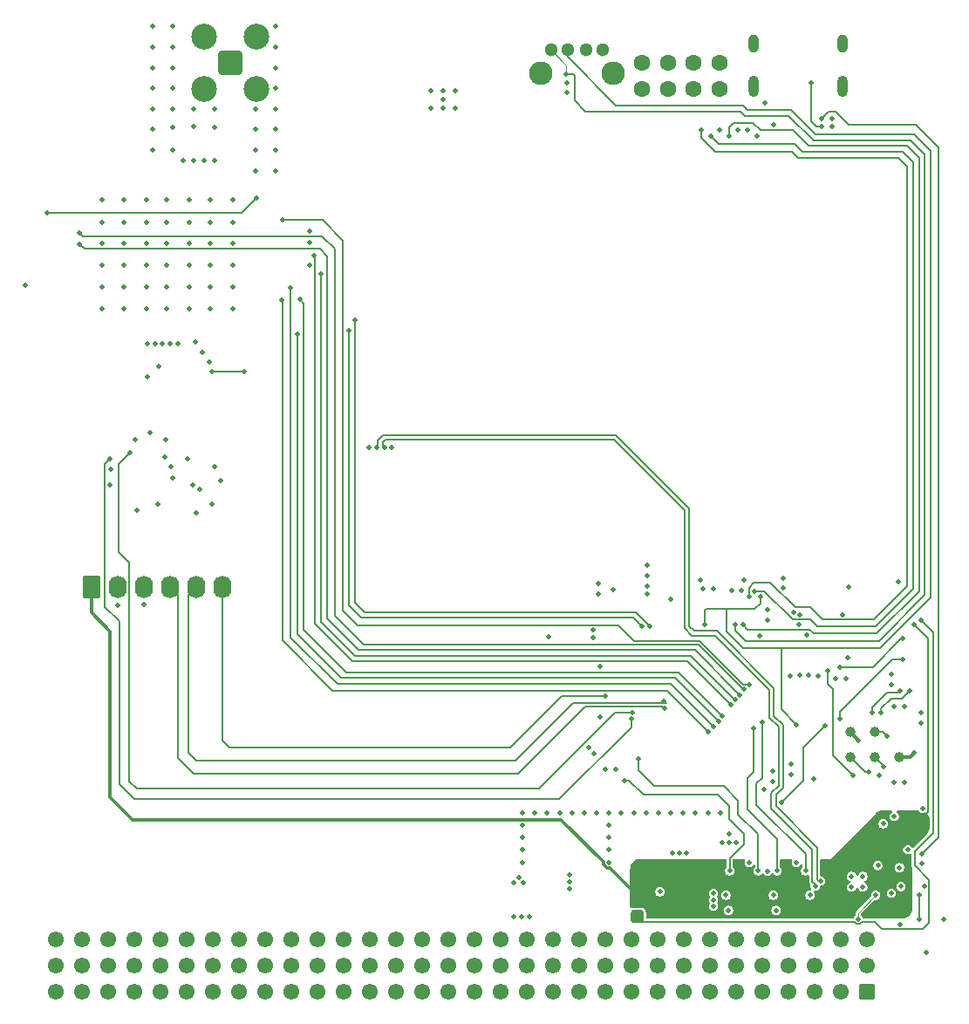
<source format=gbr>
%TF.GenerationSoftware,KiCad,Pcbnew,9.0.1-9.0.1-0~ubuntu24.04.1*%
%TF.CreationDate,2025-04-24T10:15:56+00:00*%
%TF.ProjectId,ModuCard-navigation-module,4d6f6475-4361-4726-942d-6e6176696761,2.0.0*%
%TF.SameCoordinates,Original*%
%TF.FileFunction,Copper,L4,Bot*%
%TF.FilePolarity,Positive*%
%FSLAX46Y46*%
G04 Gerber Fmt 4.6, Leading zero omitted, Abs format (unit mm)*
G04 Created by KiCad (PCBNEW 9.0.1-9.0.1-0~ubuntu24.04.1) date 2025-04-24 10:15:56*
%MOMM*%
%LPD*%
G01*
G04 APERTURE LIST*
G04 Aperture macros list*
%AMRoundRect*
0 Rectangle with rounded corners*
0 $1 Rounding radius*
0 $2 $3 $4 $5 $6 $7 $8 $9 X,Y pos of 4 corners*
0 Add a 4 corners polygon primitive as box body*
4,1,4,$2,$3,$4,$5,$6,$7,$8,$9,$2,$3,0*
0 Add four circle primitives for the rounded corners*
1,1,$1+$1,$2,$3*
1,1,$1+$1,$4,$5*
1,1,$1+$1,$6,$7*
1,1,$1+$1,$8,$9*
0 Add four rect primitives between the rounded corners*
20,1,$1+$1,$2,$3,$4,$5,0*
20,1,$1+$1,$4,$5,$6,$7,0*
20,1,$1+$1,$6,$7,$8,$9,0*
20,1,$1+$1,$8,$9,$2,$3,0*%
G04 Aperture macros list end*
%TA.AperFunction,ComponentPad*%
%ADD10C,1.600000*%
%TD*%
%TA.AperFunction,ComponentPad*%
%ADD11C,1.300000*%
%TD*%
%TA.AperFunction,ComponentPad*%
%ADD12C,2.286000*%
%TD*%
%TA.AperFunction,ComponentPad*%
%ADD13RoundRect,0.200100X-0.949900X-0.949900X0.949900X-0.949900X0.949900X0.949900X-0.949900X0.949900X0*%
%TD*%
%TA.AperFunction,ComponentPad*%
%ADD14C,2.500000*%
%TD*%
%TA.AperFunction,ComponentPad*%
%ADD15O,1.000000X2.100000*%
%TD*%
%TA.AperFunction,ComponentPad*%
%ADD16O,1.000000X1.800000*%
%TD*%
%TA.AperFunction,ComponentPad*%
%ADD17RoundRect,0.249999X0.525001X0.525001X-0.525001X0.525001X-0.525001X-0.525001X0.525001X-0.525001X0*%
%TD*%
%TA.AperFunction,ComponentPad*%
%ADD18C,1.550000*%
%TD*%
%TA.AperFunction,ComponentPad*%
%ADD19RoundRect,0.250000X-0.620000X-0.845000X0.620000X-0.845000X0.620000X0.845000X-0.620000X0.845000X0*%
%TD*%
%TA.AperFunction,ComponentPad*%
%ADD20O,1.740000X2.190000*%
%TD*%
%TA.AperFunction,SMDPad,CuDef*%
%ADD21C,1.000000*%
%TD*%
%TA.AperFunction,ViaPad*%
%ADD22C,0.500000*%
%TD*%
%TA.AperFunction,Conductor*%
%ADD23C,0.300000*%
%TD*%
%TA.AperFunction,Conductor*%
%ADD24C,0.150000*%
%TD*%
%TA.AperFunction,Conductor*%
%ADD25C,0.100000*%
%TD*%
%TA.AperFunction,Conductor*%
%ADD26C,0.200000*%
%TD*%
G04 APERTURE END LIST*
D10*
%TO.P,LED300,1*%
%TO.N,Net-(LED300-Pad1)*%
X106863600Y-55785000D03*
%TO.P,LED300,2*%
%TO.N,GND*%
X109403600Y-55785000D03*
%TO.P,LED300,3*%
%TO.N,Net-(LED300-Pad3)*%
X106863600Y-58325000D03*
%TO.P,LED300,4*%
%TO.N,GND*%
X109403600Y-58325000D03*
%TD*%
D11*
%TO.P,BTN400,1*%
%TO.N,GND*%
X103079415Y-54584163D03*
%TO.P,BTN400,2*%
X101449415Y-54584163D03*
%TO.P,BTN400,3*%
%TO.N,/MCU/SWD.~{RST}*%
X99709415Y-54584163D03*
%TO.P,BTN400,4*%
%TO.N,/MCU/USR_BUTTON*%
X98079415Y-54584163D03*
D12*
%TO.P,BTN400,5*%
%TO.N,N/C*%
X104079415Y-56834163D03*
%TO.P,BTN400,6*%
X97079415Y-56834163D03*
%TD*%
D13*
%TO.P,J1100,1,In*%
%TO.N,/GPS-RTK/RF_IN*%
X66890000Y-55825001D03*
D14*
%TO.P,J1100,2,Ext*%
%TO.N,GND*%
X64350000Y-53285001D03*
X64350000Y-58365001D03*
X69430000Y-53285001D03*
X69430000Y-58365001D03*
%TD*%
D15*
%TO.P,J800,S1,SHIELD*%
%TO.N,Net-(J800-SHIELD)*%
X126370000Y-58140000D03*
D16*
X126370000Y-53960000D03*
D15*
X117730000Y-58140000D03*
D16*
X117730000Y-53960000D03*
%TD*%
D17*
%TO.P,J200,a1,a1*%
%TO.N,GND*%
X128740000Y-145975000D03*
D18*
%TO.P,J200,a2,a2*%
%TO.N,/Backplane/BACKPLANE.D+*%
X126200000Y-145975000D03*
%TO.P,J200,a3,a3*%
%TO.N,+5V_STDBY*%
X123660000Y-145975000D03*
%TO.P,J200,a4,a4*%
%TO.N,GND*%
X121120000Y-145975000D03*
%TO.P,J200,a5,a5*%
%TO.N,/Backplane/CAN1.+*%
X118580000Y-145975000D03*
%TO.P,J200,a6,a6*%
%TO.N,/Backplane/CAN1.-*%
X116040000Y-145975000D03*
%TO.P,J200,a7,a7*%
%TO.N,GND*%
X113500000Y-145975000D03*
%TO.P,J200,a8,a8*%
%TO.N,/Backplane/CAN2.+*%
X110960000Y-145975000D03*
%TO.P,J200,a9,a9*%
%TO.N,/Backplane/CAN2.-*%
X108420000Y-145975000D03*
%TO.P,J200,a10,a10*%
%TO.N,GND*%
X105880000Y-145975000D03*
%TO.P,J200,a11,a11*%
%TO.N,+12V*%
X103340000Y-145975000D03*
%TO.P,J200,a12,a12*%
X100800000Y-145975000D03*
%TO.P,J200,a13,a13*%
%TO.N,GND*%
X98260000Y-145975000D03*
%TO.P,J200,a14,a14*%
%TO.N,+24V*%
X95720000Y-145975000D03*
%TO.P,J200,a15,a15*%
%TO.N,GND*%
X93180000Y-145975000D03*
%TO.P,J200,a16,a16*%
%TO.N,/Backplane/GPIOL0*%
X90640000Y-145975000D03*
%TO.P,J200,a17,a17*%
%TO.N,/Backplane/GPIOL1*%
X88100000Y-145975000D03*
%TO.P,J200,a18,a18*%
%TO.N,/Backplane/GPIOL2*%
X85560000Y-145975000D03*
%TO.P,J200,a19,a19*%
%TO.N,/Backplane/GPIOL3*%
X83020000Y-145975000D03*
%TO.P,J200,a20,a20*%
%TO.N,/Backplane/GPIOL4*%
X80480000Y-145975000D03*
%TO.P,J200,a21,a21*%
%TO.N,/Backplane/GPIOL5*%
X77940000Y-145975000D03*
%TO.P,J200,a22,a22*%
%TO.N,/Backplane/GPIOL6*%
X75400000Y-145975000D03*
%TO.P,J200,a23,a23*%
%TO.N,/Backplane/GPIOL7*%
X72860000Y-145975000D03*
%TO.P,J200,a24,a24*%
%TO.N,/Backplane/GPIOL8*%
X70320000Y-145975000D03*
%TO.P,J200,a25,a25*%
%TO.N,/Backplane/GPIOL9*%
X67780000Y-145975000D03*
%TO.P,J200,a26,a26*%
%TO.N,/Backplane/GPIOL10*%
X65240000Y-145975000D03*
%TO.P,J200,a27,a27*%
%TO.N,/Backplane/GPIOL11*%
X62700000Y-145975000D03*
%TO.P,J200,a28,a28*%
%TO.N,/Backplane/GPIOL12*%
X60160000Y-145975000D03*
%TO.P,J200,a29,a29*%
%TO.N,/Backplane/GPIOL13*%
X57620000Y-145975000D03*
%TO.P,J200,a30,a30*%
%TO.N,/Backplane/GPIOL14*%
X55080000Y-145975000D03*
%TO.P,J200,a31,a31*%
%TO.N,/Backplane/GPIOL15*%
X52540000Y-145975000D03*
%TO.P,J200,a32,a32*%
%TO.N,GND*%
X50000000Y-145975000D03*
%TO.P,J200,b1,b1*%
X128740000Y-143435000D03*
%TO.P,J200,b2,b2*%
X126200000Y-143435000D03*
%TO.P,J200,b3,b3*%
%TO.N,+5V_STDBY*%
X123660000Y-143435000D03*
%TO.P,J200,b4,b4*%
%TO.N,GND*%
X121120000Y-143435000D03*
%TO.P,J200,b5,b5*%
%TO.N,/Backplane/CAN1.+*%
X118580000Y-143435000D03*
%TO.P,J200,b6,b6*%
%TO.N,/Backplane/CAN1.-*%
X116040000Y-143435000D03*
%TO.P,J200,b7,b7*%
%TO.N,GND*%
X113500000Y-143435000D03*
%TO.P,J200,b8,b8*%
%TO.N,/Backplane/CAN2.+*%
X110960000Y-143435000D03*
%TO.P,J200,b9,b9*%
%TO.N,/Backplane/CAN2.-*%
X108420000Y-143435000D03*
%TO.P,J200,b10,b10*%
%TO.N,GND*%
X105880000Y-143435000D03*
%TO.P,J200,b11,b11*%
%TO.N,+12V*%
X103340000Y-143435000D03*
%TO.P,J200,b12,b12*%
X100800000Y-143435000D03*
%TO.P,J200,b13,b13*%
%TO.N,GND*%
X98260000Y-143435000D03*
%TO.P,J200,b14,b14*%
%TO.N,+24V*%
X95720000Y-143435000D03*
%TO.P,J200,b15,b15*%
%TO.N,GND*%
X93180000Y-143435000D03*
%TO.P,J200,b16,b16*%
%TO.N,/Backplane/GPIOC0*%
X90640000Y-143435000D03*
%TO.P,J200,b17,b17*%
%TO.N,/Backplane/GPIOC1*%
X88100000Y-143435000D03*
%TO.P,J200,b18,b18*%
%TO.N,/Backplane/GPIOC2*%
X85560000Y-143435000D03*
%TO.P,J200,b19,b19*%
%TO.N,/Backplane/GPIOC3*%
X83020000Y-143435000D03*
%TO.P,J200,b20,b20*%
%TO.N,/Backplane/GPIOC4*%
X80480000Y-143435000D03*
%TO.P,J200,b21,b21*%
%TO.N,/Backplane/GPIOC5*%
X77940000Y-143435000D03*
%TO.P,J200,b22,b22*%
%TO.N,/Backplane/GPIOC6*%
X75400000Y-143435000D03*
%TO.P,J200,b23,b23*%
%TO.N,/Backplane/GPIOC7*%
X72860000Y-143435000D03*
%TO.P,J200,b24,b24*%
%TO.N,/Backplane/GPIOC8*%
X70320000Y-143435000D03*
%TO.P,J200,b25,b25*%
%TO.N,/Backplane/GPIOC9*%
X67780000Y-143435000D03*
%TO.P,J200,b26,b26*%
%TO.N,/Backplane/GPIOC10*%
X65240000Y-143435000D03*
%TO.P,J200,b27,b27*%
%TO.N,/Backplane/GPIOC11*%
X62700000Y-143435000D03*
%TO.P,J200,b28,b28*%
%TO.N,/Backplane/GPIOC12*%
X60160000Y-143435000D03*
%TO.P,J200,b29,b29*%
%TO.N,/Backplane/GPIOC13*%
X57620000Y-143435000D03*
%TO.P,J200,b30,b30*%
%TO.N,/Backplane/GPIOC14*%
X55080000Y-143435000D03*
%TO.P,J200,b31,b31*%
%TO.N,/Backplane/GPIOC15*%
X52540000Y-143435000D03*
%TO.P,J200,b32,b32*%
%TO.N,GND*%
X50000000Y-143435000D03*
%TO.P,J200,c1,c1*%
X128740000Y-140895000D03*
%TO.P,J200,c2,c2*%
%TO.N,/Backplane/BACKPLANE.D-*%
X126200000Y-140895000D03*
%TO.P,J200,c3,c3*%
%TO.N,+5V_STDBY*%
X123660000Y-140895000D03*
%TO.P,J200,c4,c4*%
%TO.N,GND*%
X121120000Y-140895000D03*
%TO.P,J200,c5,c5*%
%TO.N,/Backplane/CAN1.+*%
X118580000Y-140895000D03*
%TO.P,J200,c6,c6*%
%TO.N,/Backplane/CAN1.-*%
X116040000Y-140895000D03*
%TO.P,J200,c7,c7*%
%TO.N,GND*%
X113500000Y-140895000D03*
%TO.P,J200,c8,c8*%
%TO.N,/Backplane/CAN2.+*%
X110960000Y-140895000D03*
%TO.P,J200,c9,c9*%
%TO.N,/Backplane/CAN2.-*%
X108420000Y-140895000D03*
%TO.P,J200,c10,c10*%
%TO.N,GND*%
X105880000Y-140895000D03*
%TO.P,J200,c11,c11*%
%TO.N,+12V*%
X103340000Y-140895000D03*
%TO.P,J200,c12,c12*%
X100800000Y-140895000D03*
%TO.P,J200,c13,c13*%
%TO.N,GND*%
X98260000Y-140895000D03*
%TO.P,J200,c14,c14*%
%TO.N,+24V*%
X95720000Y-140895000D03*
%TO.P,J200,c15,c15*%
%TO.N,GND*%
X93180000Y-140895000D03*
%TO.P,J200,c16,c16*%
%TO.N,/Backplane/GPIOR0*%
X90640000Y-140895000D03*
%TO.P,J200,c17,c17*%
%TO.N,/Backplane/GPIOR1*%
X88100000Y-140895000D03*
%TO.P,J200,c18,c18*%
%TO.N,/Backplane/GPIOR2*%
X85560000Y-140895000D03*
%TO.P,J200,c19,c19*%
%TO.N,/Backplane/GPIOR3*%
X83020000Y-140895000D03*
%TO.P,J200,c20,c20*%
%TO.N,/Backplane/GPIOR4*%
X80480000Y-140895000D03*
%TO.P,J200,c21,c21*%
%TO.N,/Backplane/GPIOR5*%
X77940000Y-140895000D03*
%TO.P,J200,c22,c22*%
%TO.N,/Backplane/GPIOR6*%
X75400000Y-140895000D03*
%TO.P,J200,c23,c23*%
%TO.N,/Backplane/GPIOR7*%
X72860000Y-140895000D03*
%TO.P,J200,c24,c24*%
%TO.N,/Backplane/GPIOR8*%
X70320000Y-140895000D03*
%TO.P,J200,c25,c25*%
%TO.N,/Backplane/GPIOR9*%
X67780000Y-140895000D03*
%TO.P,J200,c26,c26*%
%TO.N,/Backplane/GPIOR10*%
X65240000Y-140895000D03*
%TO.P,J200,c27,c27*%
%TO.N,/Backplane/GPIOR11*%
X62700000Y-140895000D03*
%TO.P,J200,c28,c28*%
%TO.N,/Backplane/GPIOR12*%
X60160000Y-140895000D03*
%TO.P,J200,c29,c29*%
%TO.N,/Backplane/GPIOR13*%
X57620000Y-140895000D03*
%TO.P,J200,c30,c30*%
%TO.N,/Backplane/GPIOR14*%
X55080000Y-140895000D03*
%TO.P,J200,c31,c31*%
%TO.N,/Backplane/GPIOR15*%
X52540000Y-140895000D03*
%TO.P,J200,c32,c32*%
%TO.N,GND*%
X50000000Y-140895000D03*
%TD*%
D19*
%TO.P,J400,1,Pin_1*%
%TO.N,+5V*%
X53470000Y-106685001D03*
D20*
%TO.P,J400,2,Pin_2*%
%TO.N,+3V3*%
X56010000Y-106685001D03*
%TO.P,J400,3,Pin_3*%
%TO.N,GND*%
X58550000Y-106685001D03*
%TO.P,J400,4,Pin_4*%
%TO.N,/Barometer/BAROMETR_I2C.SCL*%
X61090000Y-106685001D03*
%TO.P,J400,5,Pin_5*%
%TO.N,/Barometer/BAROMETR_I2C.SDA*%
X63630000Y-106685001D03*
%TO.P,J400,6,Pin_6*%
%TO.N,/IMU/IMU_EXT_NRESET*%
X66170000Y-106685001D03*
%TD*%
D10*
%TO.P,LED301,1*%
%TO.N,Net-(LED301-Pad1)*%
X111913600Y-55785000D03*
%TO.P,LED301,2*%
%TO.N,GND*%
X114453600Y-55785000D03*
%TO.P,LED301,3*%
%TO.N,Net-(LED301-Pad3)*%
X111913600Y-58325000D03*
%TO.P,LED301,4*%
%TO.N,GND*%
X114453600Y-58325000D03*
%TD*%
D21*
%TO.P,TP704,1,1*%
%TO.N,/ST-LINK/DIO*%
X127100000Y-123175000D03*
%TD*%
%TO.P,TP706,1,1*%
%TO.N,GND*%
X131900000Y-123175000D03*
%TD*%
%TO.P,TP703,1,1*%
%TO.N,/ST-LINK/STLINK-BOOT0*%
X129500000Y-120775000D03*
%TD*%
%TO.P,TP702,1,1*%
%TO.N,+3V3*%
X127100000Y-120775000D03*
%TD*%
%TO.P,TP705,1,1*%
%TO.N,/ST-LINK/CLK*%
X129500000Y-123175000D03*
%TD*%
D22*
%TO.N,+3V3*%
X115300000Y-138075000D03*
X61870000Y-83085001D03*
X99598400Y-58685001D03*
X61070000Y-83085001D03*
X131350000Y-125625000D03*
X65970000Y-96385001D03*
X74670000Y-75475001D03*
X121325000Y-115325000D03*
X59870000Y-98685001D03*
X55970000Y-108485001D03*
X121662040Y-109139790D03*
X59670000Y-83085001D03*
X104325000Y-124400000D03*
X120590000Y-106765000D03*
X115350000Y-131500000D03*
X132050000Y-135775000D03*
X131800000Y-106175000D03*
X131400000Y-128975000D03*
X60570000Y-94085001D03*
X133950000Y-118922500D03*
X114650000Y-131500000D03*
X115350000Y-130625000D03*
X107442000Y-107343001D03*
X59170000Y-91685001D03*
X60370000Y-83085001D03*
X121350000Y-124927500D03*
X62770000Y-94285001D03*
X127900000Y-121575000D03*
X125700000Y-115575000D03*
X131350000Y-118275000D03*
X124000000Y-115300000D03*
X55370000Y-95285001D03*
X122225000Y-109375000D03*
X115575000Y-107050000D03*
X101700000Y-122285001D03*
X107442000Y-104549001D03*
X119900000Y-138075000D03*
X74670000Y-72175001D03*
X116025000Y-131500000D03*
X112825000Y-106875000D03*
X119625000Y-124600000D03*
X58870000Y-83085001D03*
X114450000Y-62375000D03*
X122174000Y-110375000D03*
X102133531Y-111641425D03*
X102624000Y-106327001D03*
X63670000Y-99485001D03*
%TO.N,GND*%
X61370000Y-58285001D03*
X86370000Y-60185001D03*
X99598400Y-57785001D03*
X95300000Y-131025000D03*
X103700000Y-128625000D03*
X67170000Y-75475001D03*
X71370000Y-62285001D03*
X61170000Y-94985001D03*
X129900000Y-124961216D03*
X128350000Y-134775000D03*
X59370000Y-58285001D03*
X104900000Y-128625000D03*
X59370000Y-56285001D03*
X65370000Y-62085001D03*
X109870720Y-132521542D03*
X134470000Y-142162501D03*
X127250000Y-134775000D03*
X57670000Y-92385001D03*
X64870000Y-84885001D03*
X116250000Y-62375000D03*
X95300000Y-133425000D03*
X132350000Y-125625000D03*
X58770000Y-69125001D03*
X54470000Y-71275001D03*
X113850000Y-136425000D03*
X60770000Y-73375001D03*
X67170000Y-77575001D03*
X107442000Y-106581001D03*
X118364000Y-111407001D03*
X60770000Y-77575001D03*
X71370000Y-64285001D03*
X102624000Y-107343001D03*
X109700000Y-128625000D03*
X96500000Y-128625000D03*
X130325000Y-129675000D03*
X106100000Y-128625000D03*
X64970000Y-69125001D03*
X71370000Y-52285001D03*
X110520720Y-132521542D03*
X58770000Y-71275001D03*
X86370000Y-58485001D03*
X58770000Y-79675001D03*
X108650000Y-136275000D03*
X64970000Y-73375001D03*
X60770000Y-69125001D03*
X82570000Y-93185001D03*
X58870000Y-86285001D03*
X71370000Y-58285001D03*
X102850000Y-119275000D03*
X113300000Y-128625000D03*
X59370000Y-62285001D03*
X67170000Y-69125001D03*
X87570000Y-60185001D03*
X64970000Y-75475001D03*
X103700000Y-132225000D03*
X119126000Y-109883001D03*
X56570000Y-77575001D03*
X97700000Y-128625000D03*
X71370000Y-54285001D03*
X115050000Y-136625000D03*
X62970000Y-69125001D03*
X121350000Y-123927500D03*
X61370000Y-54285001D03*
X71370000Y-56285001D03*
X116825000Y-106025000D03*
X119625000Y-125600000D03*
X56570000Y-71275001D03*
X60670000Y-92385001D03*
X60770000Y-71275001D03*
X59370000Y-52285001D03*
X59370000Y-60285001D03*
X126375000Y-109375000D03*
X126900000Y-113525000D03*
X131150000Y-116225000D03*
X112525000Y-106025000D03*
X55270000Y-96785001D03*
X63370000Y-60285001D03*
X97870000Y-111485001D03*
X65170000Y-98685001D03*
X65370000Y-94985001D03*
X65370000Y-60285001D03*
X113850000Y-137675000D03*
X100100000Y-128625000D03*
X94450000Y-138675000D03*
X116575000Y-107050000D03*
X80370000Y-93185001D03*
X128350000Y-135825000D03*
X62970000Y-75475001D03*
X98900000Y-128625000D03*
X118750000Y-126325000D03*
X87570000Y-59335001D03*
X58770000Y-73375001D03*
X134150000Y-128175000D03*
X131900000Y-133925000D03*
X126950000Y-106725000D03*
X119100000Y-134275000D03*
X111170720Y-132521542D03*
X69370000Y-62285001D03*
X54470000Y-77575001D03*
X107442000Y-105565001D03*
X64370000Y-65285001D03*
X103700000Y-133425000D03*
X69370000Y-66285001D03*
X122200000Y-115275000D03*
X103700000Y-131025000D03*
X64240000Y-83885001D03*
X117150000Y-62375000D03*
X131150000Y-115125000D03*
X119670000Y-61785001D03*
X59970000Y-85285001D03*
X54470000Y-69125001D03*
X59370000Y-54285001D03*
X56570000Y-79675001D03*
X133300000Y-122825000D03*
X118050000Y-62925000D03*
X108500000Y-128625000D03*
X133950000Y-119922500D03*
X71370000Y-60285001D03*
X60770000Y-75475001D03*
X134100000Y-133525000D03*
X63970000Y-97185001D03*
X63270000Y-96785001D03*
X134300000Y-135775000D03*
X63370000Y-61985001D03*
X109728000Y-107851001D03*
X112100000Y-128625000D03*
X54470000Y-73375001D03*
X56570000Y-73375001D03*
X74670000Y-73275001D03*
X113825000Y-106875000D03*
X119126000Y-108867001D03*
X121900000Y-133425000D03*
X67170000Y-71275001D03*
X56570000Y-75475001D03*
X64970000Y-79675001D03*
X114500000Y-128625000D03*
X61370000Y-62085001D03*
X71370000Y-66285001D03*
X64970000Y-71275001D03*
X69370000Y-60285001D03*
X118850000Y-59675000D03*
X62970000Y-71275001D03*
X62970000Y-73375001D03*
X58770000Y-77575001D03*
X54470000Y-75475001D03*
X60770000Y-79675001D03*
X102868898Y-114435000D03*
X88770000Y-58485001D03*
X103325000Y-124400000D03*
X102170000Y-110885001D03*
X62970000Y-79675001D03*
X104124407Y-106922375D03*
X117300000Y-133425000D03*
X120590000Y-105865000D03*
X129800000Y-133725000D03*
X61370000Y-56285001D03*
X69370000Y-64285001D03*
X61370000Y-52285001D03*
X95953492Y-138663288D03*
X127250000Y-135825000D03*
X131100000Y-136425000D03*
X56570000Y-69125001D03*
X110900000Y-128625000D03*
X61370000Y-96085001D03*
X62370000Y-65285001D03*
X101300000Y-128625000D03*
X87570000Y-58485001D03*
X99850000Y-134671508D03*
X88770000Y-60185001D03*
X63570000Y-82885001D03*
X57870000Y-99285001D03*
X102500000Y-128625000D03*
X63370000Y-65285001D03*
X95300000Y-132225000D03*
X107300000Y-128625000D03*
X95200000Y-138675000D03*
X99850000Y-135971508D03*
X95300000Y-129825000D03*
X136150000Y-138925000D03*
X102225000Y-122850000D03*
X58770000Y-75475001D03*
X126700000Y-115575000D03*
X62970000Y-77575001D03*
X123200000Y-136625000D03*
X61370000Y-60285001D03*
X131950000Y-139425000D03*
X54470000Y-79675001D03*
X113850000Y-137075000D03*
X47070000Y-77385001D03*
X125350000Y-62025000D03*
X125350000Y-61225000D03*
X123550000Y-125325000D03*
X132700000Y-132175000D03*
X122936000Y-111325000D03*
X99850000Y-135321508D03*
X123100000Y-115275000D03*
X59370000Y-64285001D03*
X103700000Y-129825000D03*
X95300000Y-128625000D03*
X58570000Y-108385001D03*
X64970000Y-77575001D03*
X67170000Y-73375001D03*
X67170000Y-79675001D03*
X132350000Y-118275000D03*
X65370000Y-65285001D03*
X119650000Y-136625000D03*
%TO.N,+5V*%
X106125000Y-137025000D03*
X134150000Y-129075000D03*
X116300000Y-133425000D03*
X106775000Y-136325000D03*
X133300000Y-110375000D03*
X131100000Y-135525001D03*
X106775000Y-137025000D03*
X126200000Y-137025000D03*
X106125000Y-136325000D03*
X120900000Y-133425000D03*
%TO.N,/ST-LINK/LED*%
X124950000Y-114800000D03*
X127400000Y-124950000D03*
%TO.N,/ST-LINK/STLINK-BOOT0*%
X130675000Y-121175000D03*
%TO.N,/ST-LINK/DIO*%
X128875000Y-124675000D03*
%TO.N,/ST-LINK/CLK*%
X130350000Y-124175000D03*
%TO.N,+12V_FUSED*%
X94451270Y-135361059D03*
X133950000Y-109925000D03*
X106125000Y-139025000D03*
X106125000Y-138325000D03*
X106775000Y-138325000D03*
X95375000Y-135375000D03*
X106775000Y-139025000D03*
X94950000Y-134875000D03*
%TO.N,/ST-LINK/STLINK_RX*%
X126100000Y-119500000D03*
X132200000Y-113725000D03*
%TO.N,/USB/VBUS_IN*%
X124350000Y-61225000D03*
X134050000Y-132625000D03*
%TO.N,/ST-LINK/STLINK_TX*%
X132200000Y-111725000D03*
X126075000Y-114450000D03*
%TO.N,/MCU/USR_BUTTON*%
X115975000Y-110350000D03*
X99538600Y-56899202D03*
%TO.N,/MCU/SWD.~{RST}*%
X112970000Y-110375000D03*
X121900000Y-120045000D03*
X118377238Y-107645000D03*
%TO.N,Net-(U302-PGANG)*%
X129600000Y-136625000D03*
X127900000Y-138925000D03*
%TO.N,/GPS-RTK/V_BCKP*%
X68270000Y-85785001D03*
X65170000Y-85785001D03*
%TO.N,Net-(U700-PA5)*%
X124700000Y-120175000D03*
X120425000Y-127650000D03*
%TO.N,Net-(U700-PC13)*%
X130100000Y-118925000D03*
X132900000Y-116775000D03*
%TO.N,Net-(U700-PC14)*%
X129225000Y-118925000D03*
X131950000Y-116775000D03*
%TO.N,/CAN transceiver 1/CAN.TX*%
X122775000Y-134250000D03*
X118550000Y-119850000D03*
%TO.N,/CAN transceiver 1/CAN.RX*%
X117700000Y-120375000D03*
X120025000Y-134250000D03*
%TO.N,/CAN transceiver 2/CAN.TX*%
X118175000Y-134250000D03*
X106575000Y-123400000D03*
%TO.N,/CAN transceiver 2/CAN.RX*%
X105189838Y-125458838D03*
X115425000Y-134250000D03*
%TO.N,/USB/CC1*%
X123300000Y-57725000D03*
X124350000Y-62025000D03*
%TO.N,Net-(U801-~{OE})*%
X133850000Y-136575000D03*
X133850000Y-138925000D03*
%TO.N,/MCU/USER_LED_1*%
X113550000Y-62925000D03*
X117850000Y-107125000D03*
%TO.N,/MCU/USER_LED_2*%
X117300000Y-107625000D03*
X112650000Y-62375000D03*
%TO.N,/MCU/STATUS_LED*%
X115350000Y-62925000D03*
X116675000Y-110350000D03*
%TO.N,/GPS-RTK/GPS_GEOFENCE_STAT*%
X52270000Y-72285001D03*
X116810379Y-116644622D03*
%TO.N,/GPS-RTK/GPS_RTK_STAT*%
X52270000Y-73385001D03*
X116412874Y-117158910D03*
%TO.N,/GPS-RTK/TIMEPULSE*%
X69470000Y-68975001D03*
X49170000Y-70375001D03*
%TO.N,/IMU/IMU_EXT_NRESET*%
X103363232Y-117285001D03*
%TO.N,/Barometer/BAROMETR_I2C.SDA*%
X109048275Y-117756168D03*
%TO.N,/Barometer/BAROMETR_I2C.SCL*%
X109070000Y-118485001D03*
%TO.N,/GPS-RTK/GPS_SPI.MOSI*%
X73670000Y-78785001D03*
X114720000Y-119235001D03*
%TO.N,/GPS-RTK/GPS_UART.RX*%
X79070000Y-80785001D03*
X107670000Y-110485001D03*
%TO.N,/GPS-RTK/GPS_UART.TX*%
X78470000Y-81785001D03*
X106870000Y-110485001D03*
%TO.N,/GPS-RTK/GPS_SPI.MISO*%
X73470000Y-82185001D03*
X114313947Y-119742568D03*
%TO.N,/GPS-RTK/VCC_RF*%
X61370000Y-64285001D03*
%TO.N,/GPS-RTK/GPS_NRESET*%
X75070000Y-74485001D03*
X115542273Y-118120204D03*
%TO.N,/GPS-RTK/GPS_MODE_SELECT*%
X75770000Y-76285001D03*
X115944463Y-117609570D03*
%TO.N,/IMU/IMU_INT*%
X105863140Y-119526159D03*
X55270000Y-94285001D03*
%TO.N,/IMU/IMU_FSYNC*%
X57170000Y-93685001D03*
X105970000Y-118885001D03*
%TO.N,/GPS-RTK/GPS_SPI.CLK*%
X113870000Y-120285001D03*
X72770000Y-77685001D03*
%TO.N,/GPS-RTK/GPS_SPI.CS*%
X113370000Y-120785001D03*
X71960000Y-78884139D03*
%TO.N,/GPS-RTK/GPS_EXINTERUPT*%
X71970000Y-71085001D03*
X117270000Y-116185001D03*
%TO.N,/USB-hub/USB_GPS_.D-*%
X124235165Y-135219836D03*
X81127880Y-93196055D03*
%TO.N,/USB-hub/USB_GPS_.D+*%
X123704835Y-135750166D03*
X81877880Y-93196055D03*
%TD*%
D23*
%TO.N,+3V3*%
X127900000Y-121575000D02*
X127100000Y-120775000D01*
%TO.N,GND*%
X133300000Y-122825000D02*
X132950000Y-123175000D01*
X132950000Y-123175000D02*
X131900000Y-123175000D01*
%TO.N,+5V*%
X95060767Y-129285001D02*
X95071768Y-129274000D01*
X103471768Y-133976000D02*
X103726000Y-133976000D01*
X99035001Y-129285001D02*
X103149000Y-133399000D01*
X103726000Y-133976000D02*
X106775000Y-137025000D01*
X55270000Y-127085001D02*
X57470000Y-129285001D01*
D24*
X133300000Y-110375000D02*
X134650000Y-111725000D01*
D23*
X95539233Y-129285001D02*
X99035001Y-129285001D01*
X95071768Y-129274000D02*
X95528232Y-129274000D01*
X95528232Y-129274000D02*
X95539233Y-129285001D01*
X55270000Y-110985001D02*
X55270000Y-127085001D01*
X57470000Y-129285001D02*
X95060767Y-129285001D01*
D24*
X134650000Y-111725000D02*
X134650000Y-128575000D01*
X134650000Y-128575000D02*
X134150000Y-129075000D01*
D23*
X103149000Y-133653232D02*
X103471768Y-133976000D01*
X53470000Y-109185001D02*
X55270000Y-110985001D01*
X53470000Y-106685001D02*
X53470000Y-109185001D01*
X103149000Y-133399000D02*
X103149000Y-133653232D01*
D24*
%TO.N,/ST-LINK/LED*%
X124950000Y-116125000D02*
X125450000Y-116625000D01*
X125450000Y-123000000D02*
X127400000Y-124950000D01*
X124950000Y-114800000D02*
X124950000Y-116125000D01*
X125450000Y-116625000D02*
X125450000Y-123000000D01*
%TO.N,/ST-LINK/STLINK-BOOT0*%
X130275000Y-120775000D02*
X129500000Y-120775000D01*
X130675000Y-121175000D02*
X130275000Y-120775000D01*
%TO.N,/ST-LINK/DIO*%
X128875000Y-124675000D02*
X128600000Y-124675000D01*
X128600000Y-124675000D02*
X127100000Y-123175000D01*
%TO.N,/ST-LINK/CLK*%
X130350000Y-124175000D02*
X130350000Y-124025000D01*
X130350000Y-124025000D02*
X129500000Y-123175000D01*
%TO.N,+12V_FUSED*%
X127536541Y-139233293D02*
X106983293Y-139233293D01*
X133370000Y-132355000D02*
X133370000Y-133745000D01*
X134775000Y-135150000D02*
X134775000Y-135971752D01*
X133370000Y-133745000D02*
X134775000Y-135150000D01*
X134770000Y-135976752D02*
X134770000Y-139285001D01*
X135150000Y-130575000D02*
X133370000Y-132355000D01*
X105900000Y-139025000D02*
X106125000Y-139025000D01*
X134770000Y-139285001D02*
X134155001Y-139900000D01*
X128263459Y-139233293D02*
X128096752Y-139400000D01*
X128096752Y-139400000D02*
X127703248Y-139400000D01*
X133950000Y-109925000D02*
X135150000Y-111125000D01*
X134775000Y-135971752D02*
X134770000Y-135976752D01*
X135150000Y-111125000D02*
X135150000Y-130575000D01*
X127703248Y-139400000D02*
X127536541Y-139233293D01*
X130184999Y-139900000D02*
X129518292Y-139233293D01*
X134155001Y-139900000D02*
X130184999Y-139900000D01*
X129518292Y-139233293D02*
X128263459Y-139233293D01*
X106983293Y-139233293D02*
X106775000Y-139025000D01*
%TO.N,/ST-LINK/STLINK_RX*%
X131225000Y-113725000D02*
X126100000Y-118850000D01*
X126100000Y-118850000D02*
X126100000Y-119500000D01*
X132200000Y-113725000D02*
X131225000Y-113725000D01*
%TO.N,/USB/VBUS_IN*%
X125037500Y-60537500D02*
X124350000Y-61225000D01*
X133475000Y-61850000D02*
X127000000Y-61850000D01*
X135650000Y-131025000D02*
X135650000Y-64025000D01*
X134050000Y-132625000D02*
X135650000Y-131025000D01*
X135650000Y-64025000D02*
X133475000Y-61850000D01*
X125687500Y-60537500D02*
X125037500Y-60537500D01*
X127000000Y-61850000D02*
X125687500Y-60537500D01*
%TO.N,/ST-LINK/STLINK_TX*%
X132200000Y-111725000D02*
X132050000Y-111725000D01*
X129325000Y-114450000D02*
X126075000Y-114450000D01*
X132050000Y-111725000D02*
X129325000Y-114450000D01*
%TO.N,/MCU/USR_BUTTON*%
X100370000Y-59485001D02*
X100370000Y-57085001D01*
X134325000Y-64725000D02*
X132950000Y-63350000D01*
X134325000Y-107500000D02*
X134325000Y-64725000D01*
X121150000Y-60950000D02*
X116850000Y-60950000D01*
D25*
X99538600Y-56033600D02*
X98080000Y-54575000D01*
D24*
X100370000Y-57085001D02*
X100184201Y-56899202D01*
D25*
X99538600Y-56899202D02*
X99538600Y-56033600D01*
D24*
X101409999Y-60525000D02*
X100370000Y-59485001D01*
X132950000Y-63350000D02*
X123550000Y-63350000D01*
X123550000Y-63350000D02*
X121150000Y-60950000D01*
X115975000Y-110950000D02*
X116950000Y-111925000D01*
X116850000Y-60950000D02*
X116425000Y-60525000D01*
X116950000Y-111925000D02*
X129900000Y-111925000D01*
X100184201Y-56899202D02*
X99538600Y-56899202D01*
X129900000Y-111925000D02*
X134325000Y-107500000D01*
X115975000Y-110350000D02*
X115975000Y-110950000D01*
X116425000Y-60525000D02*
X101409999Y-60525000D01*
%TO.N,/MCU/SWD.~{RST}*%
X133300000Y-62725000D02*
X134925000Y-64350000D01*
X99710000Y-54575000D02*
X99710000Y-55260000D01*
X116700000Y-112625000D02*
X115100000Y-111025000D01*
X112970000Y-108980001D02*
X113125001Y-108825000D01*
X104375000Y-59925000D02*
X116700000Y-59925000D01*
X117150000Y-60375000D02*
X121375000Y-60375000D01*
X120420000Y-118565000D02*
X121900000Y-120045000D01*
X123725000Y-62725000D02*
X133300000Y-62725000D01*
X117830001Y-108825000D02*
X115100000Y-108825000D01*
X99710000Y-55260000D02*
X104375000Y-59925000D01*
X112970000Y-110375000D02*
X112970000Y-108980001D01*
X134925000Y-107725000D02*
X130025000Y-112625000D01*
X130025000Y-112625000D02*
X120420000Y-112625000D01*
X116700000Y-59925000D02*
X117150000Y-60375000D01*
X113125001Y-108825000D02*
X115100000Y-108825000D01*
X115100000Y-111025000D02*
X115100000Y-108825000D01*
X118377238Y-108277763D02*
X117830001Y-108825000D01*
X118377238Y-107645000D02*
X118377238Y-108277763D01*
X120420000Y-112625000D02*
X116700000Y-112625000D01*
X121375000Y-60375000D02*
X123725000Y-62725000D01*
X134925000Y-64350000D02*
X134925000Y-107725000D01*
X120420000Y-112625000D02*
X120420000Y-118565000D01*
D25*
%TO.N,Net-(U302-PGANG)*%
X127900000Y-138325000D02*
X129600000Y-136625000D01*
X127900000Y-138925000D02*
X127900000Y-138325000D01*
D26*
%TO.N,/GPS-RTK/V_BCKP*%
X68270000Y-85785001D02*
X65170000Y-85785001D01*
D24*
%TO.N,Net-(U700-PA5)*%
X120425000Y-127650000D02*
X122600000Y-125475000D01*
X122600000Y-125475000D02*
X122600000Y-122275000D01*
X122600000Y-122275000D02*
X124700000Y-120175000D01*
%TO.N,Net-(U700-PC13)*%
X130100000Y-118500000D02*
X130100000Y-118925000D01*
X132900000Y-116775000D02*
X132150000Y-117525000D01*
X132150000Y-117525000D02*
X131075000Y-117525000D01*
X131075000Y-117525000D02*
X130100000Y-118500000D01*
%TO.N,Net-(U700-PC14)*%
X131800000Y-116925000D02*
X130725736Y-116925000D01*
X129225000Y-118425736D02*
X129225000Y-118925000D01*
X131950000Y-116775000D02*
X131800000Y-116925000D01*
X130725736Y-116925000D02*
X129225000Y-118425736D01*
%TO.N,/CAN transceiver 1/CAN.TX*%
X122775000Y-132600000D02*
X122775000Y-134250000D01*
X118550000Y-125225000D02*
X118000000Y-125775000D01*
X118000000Y-127825000D02*
X122775000Y-132600000D01*
X118000000Y-125775000D02*
X118000000Y-127825000D01*
X118550000Y-119850000D02*
X118550000Y-125225000D01*
%TO.N,/CAN transceiver 1/CAN.RX*%
X117150000Y-125225000D02*
X117150000Y-128325000D01*
X117700000Y-124675000D02*
X117150000Y-125225000D01*
X117150000Y-128325000D02*
X120025000Y-131200000D01*
X117700000Y-120375000D02*
X117700000Y-124675000D01*
X120025000Y-131200000D02*
X120025000Y-134250000D01*
%TO.N,/CAN transceiver 2/CAN.TX*%
X116250000Y-127425000D02*
X114850000Y-126025000D01*
X108100000Y-126025000D02*
X106575000Y-124500000D01*
X118175000Y-134250000D02*
X118175000Y-130700000D01*
X116250000Y-128775000D02*
X116250000Y-127425000D01*
X118175000Y-130700000D02*
X116250000Y-128775000D01*
X106575000Y-124500000D02*
X106575000Y-123400000D01*
X114850000Y-126025000D02*
X108100000Y-126025000D01*
%TO.N,/CAN transceiver 2/CAN.RX*%
X105633838Y-125458838D02*
X107050000Y-126875000D01*
X107050000Y-126875000D02*
X114250000Y-126875000D01*
X114250000Y-126875000D02*
X115350000Y-127975000D01*
X115425000Y-133050000D02*
X115425000Y-134250000D01*
X105189838Y-125458838D02*
X105633838Y-125458838D01*
X116800000Y-130675000D02*
X116800000Y-131675000D01*
X116800000Y-131675000D02*
X115425000Y-133050000D01*
X115350000Y-129225000D02*
X116800000Y-130675000D01*
X115350000Y-127975000D02*
X115350000Y-129225000D01*
%TO.N,/USB/CC1*%
X123850000Y-62025000D02*
X123300000Y-61475000D01*
X123300000Y-61475000D02*
X123300000Y-57725000D01*
X124350000Y-62025000D02*
X123850000Y-62025000D01*
%TO.N,Net-(U801-~{OE})*%
X133850000Y-138925000D02*
X133850000Y-136575000D01*
%TO.N,/MCU/USER_LED_1*%
X122499999Y-64475000D02*
X132200000Y-64475000D01*
X113550000Y-62925000D02*
X114350000Y-63725000D01*
X121749999Y-63725000D02*
X122499999Y-64475000D01*
X129550000Y-110525000D02*
X123872000Y-110525000D01*
X132200000Y-64475000D02*
X133225000Y-65500000D01*
X123872000Y-110525000D02*
X123222000Y-109875000D01*
X133225000Y-65500000D02*
X133225000Y-106850000D01*
X121500000Y-109875000D02*
X118750000Y-107125000D01*
X114350000Y-63725000D02*
X121749999Y-63725000D01*
X123222000Y-109875000D02*
X121500000Y-109875000D01*
X133225000Y-106850000D02*
X129550000Y-110525000D01*
X118750000Y-107125000D02*
X117850000Y-107125000D01*
%TO.N,/MCU/USER_LED_2*%
X117767499Y-106285001D02*
X119370000Y-106285001D01*
X119370000Y-106285001D02*
X121759999Y-108675000D01*
X117300000Y-107625000D02*
X117300000Y-106752500D01*
X132650000Y-106600000D02*
X132650000Y-65925000D01*
X122079999Y-65075000D02*
X121429999Y-64425000D01*
X117300000Y-106752500D02*
X117767499Y-106285001D01*
X129400000Y-109850000D02*
X132650000Y-106600000D01*
X121759999Y-108675000D02*
X123257000Y-108675000D01*
X131800000Y-65075000D02*
X122079999Y-65075000D01*
X112650000Y-63100000D02*
X112650000Y-62375000D01*
X121429999Y-64425000D02*
X113975000Y-64425000D01*
X123257000Y-108675000D02*
X124432000Y-109850000D01*
X132650000Y-65925000D02*
X131800000Y-65075000D01*
X113975000Y-64425000D02*
X112650000Y-63100000D01*
X124432000Y-109850000D02*
X129400000Y-109850000D01*
%TO.N,/MCU/STATUS_LED*%
X129700000Y-111225000D02*
X123539000Y-111225000D01*
X117175000Y-110850000D02*
X116675000Y-110350000D01*
X133800000Y-65025000D02*
X133800000Y-107125000D01*
X115350000Y-62100000D02*
X115800000Y-61650000D01*
X123075000Y-63875000D02*
X132650000Y-63875000D01*
X123539000Y-111225000D02*
X123164000Y-110850000D01*
X121545001Y-62345001D02*
X123075000Y-63875000D01*
X132650000Y-63875000D02*
X133800000Y-65025000D01*
X115800000Y-61650000D02*
X117675000Y-61650000D01*
X133800000Y-107125000D02*
X129700000Y-111225000D01*
X117675000Y-61650000D02*
X118370001Y-62345001D01*
X118370001Y-62345001D02*
X121545001Y-62345001D01*
X115350000Y-62925000D02*
X115350000Y-62100000D01*
X123164000Y-110850000D02*
X117175000Y-110850000D01*
D26*
%TO.N,/GPS-RTK/GPS_GEOFENCE_STAT*%
X116810379Y-116644622D02*
X116729621Y-116644622D01*
X75861000Y-72676001D02*
X52661000Y-72676001D01*
X52661000Y-72676001D02*
X52270000Y-72285001D01*
X112370000Y-112285001D02*
X79870000Y-112285001D01*
X77070000Y-109485001D02*
X77070000Y-73885001D01*
X116729621Y-116644622D02*
X112370000Y-112285001D01*
X79870000Y-112285001D02*
X77070000Y-109485001D01*
X77070000Y-73885001D02*
X75861000Y-72676001D01*
%TO.N,/GPS-RTK/GPS_RTK_STAT*%
X79370000Y-112785001D02*
X76370000Y-109785001D01*
X76370000Y-74585001D02*
X75670000Y-73885001D01*
X75670000Y-73885001D02*
X52770000Y-73885001D01*
X76370000Y-109785001D02*
X76370000Y-74585001D01*
X116412874Y-117158910D02*
X112038965Y-112785001D01*
X112038965Y-112785001D02*
X79370000Y-112785001D01*
X52770000Y-73885001D02*
X52270000Y-73385001D01*
%TO.N,/GPS-RTK/TIMEPULSE*%
X49170000Y-70375001D02*
X68070000Y-70375001D01*
X68070000Y-70375001D02*
X69470000Y-68975001D01*
%TO.N,/IMU/IMU_EXT_NRESET*%
X66170000Y-121585001D02*
X66170000Y-106685001D01*
X103363232Y-117285001D02*
X99120000Y-117285001D01*
X99120000Y-117285001D02*
X94120000Y-122285001D01*
X66870000Y-122285001D02*
X66170000Y-121585001D01*
X94120000Y-122285001D02*
X66870000Y-122285001D01*
%TO.N,/Barometer/BAROMETR_I2C.SDA*%
X109065389Y-117984001D02*
X109015388Y-117934001D01*
X63620000Y-123535001D02*
X62870000Y-122785001D01*
X94620000Y-123535001D02*
X63620000Y-123535001D01*
X109048275Y-117756168D02*
X109276108Y-117984001D01*
X109015388Y-117934001D02*
X100221000Y-117934001D01*
X62870000Y-122785001D02*
X62870000Y-107445001D01*
X100221000Y-117934001D02*
X94620000Y-123535001D01*
X62870000Y-107445001D02*
X63630000Y-106685001D01*
X109276108Y-117984001D02*
X109065389Y-117984001D01*
%TO.N,/Barometer/BAROMETR_I2C.SCL*%
X63370000Y-124785001D02*
X61870000Y-123285001D01*
X109070000Y-118485001D02*
X108870000Y-118285001D01*
X61870000Y-123285001D02*
X61870000Y-107465001D01*
X108870000Y-118285001D02*
X101370000Y-118285001D01*
X94870000Y-124785001D02*
X63370000Y-124785001D01*
X101370000Y-118285001D02*
X94870000Y-124785001D01*
X61870000Y-107465001D02*
X61090000Y-106685001D01*
%TO.N,/GPS-RTK/GPS_SPI.MOSI*%
X73670000Y-78785001D02*
X74070000Y-79185001D01*
X78170000Y-114985001D02*
X110470000Y-114985001D01*
X74070000Y-79185001D02*
X74070000Y-110885001D01*
X110470000Y-114985001D02*
X114720000Y-119235001D01*
X74070000Y-110885001D02*
X78170000Y-114985001D01*
%TO.N,/GPS-RTK/GPS_UART.RX*%
X79070000Y-108185001D02*
X80002675Y-109117676D01*
X79070000Y-80785001D02*
X79070000Y-108185001D01*
X106302675Y-109117676D02*
X107670000Y-110485001D01*
X80002675Y-109117676D02*
X106302675Y-109117676D01*
%TO.N,/GPS-RTK/GPS_UART.TX*%
X79670000Y-109685001D02*
X78470000Y-108485001D01*
X78470000Y-108485001D02*
X78470000Y-81785001D01*
X106870000Y-110485001D02*
X106070000Y-109685001D01*
X106070000Y-109685001D02*
X79670000Y-109685001D01*
%TO.N,/GPS-RTK/GPS_SPI.MISO*%
X73470000Y-82185001D02*
X73470000Y-111285001D01*
X110070000Y-115485001D02*
X114313947Y-119728948D01*
X77670000Y-115485001D02*
X110070000Y-115485001D01*
X73470000Y-111285001D02*
X77670000Y-115485001D01*
X114313947Y-119728948D02*
X114313947Y-119742568D01*
%TO.N,/GPS-RTK/GPS_NRESET*%
X75070000Y-74485001D02*
X75171000Y-74586001D01*
X78770000Y-113885001D02*
X111307070Y-113885001D01*
X75171000Y-110286001D02*
X78770000Y-113885001D01*
X111307070Y-113885001D02*
X115542273Y-118120204D01*
X75171000Y-74586001D02*
X75171000Y-110286001D01*
%TO.N,/GPS-RTK/GPS_MODE_SELECT*%
X115894569Y-117609570D02*
X115944463Y-117609570D01*
X75770000Y-76285001D02*
X75770000Y-110085001D01*
X75770000Y-110085001D02*
X79070000Y-113385001D01*
X79070000Y-113385001D02*
X111670000Y-113385001D01*
X111670000Y-113385001D02*
X115894569Y-117609570D01*
%TO.N,/IMU/IMU_INT*%
X56170000Y-125835001D02*
X57620000Y-127285001D01*
X105863140Y-120291861D02*
X105863140Y-119526159D01*
X55270000Y-94285001D02*
X54770000Y-94785001D01*
X54770000Y-108635001D02*
X56170000Y-110035001D01*
X98870000Y-127285001D02*
X105863140Y-120291861D01*
X56170000Y-110035001D02*
X56170000Y-125835001D01*
X57620000Y-127285001D02*
X98870000Y-127285001D01*
X54770000Y-94785001D02*
X54770000Y-108635001D01*
%TO.N,/IMU/IMU_FSYNC*%
X56120000Y-103285001D02*
X57131000Y-104296001D01*
X57870000Y-126285001D02*
X96870000Y-126285001D01*
X57170000Y-93685001D02*
X56120000Y-94735001D01*
X104270000Y-118885001D02*
X105970000Y-118885001D01*
X57131000Y-104296001D02*
X57131000Y-125546001D01*
X96870000Y-126285001D02*
X104270000Y-118885001D01*
X56120000Y-94735001D02*
X56120000Y-103285001D01*
X57131000Y-125546001D02*
X57870000Y-126285001D01*
%TO.N,/GPS-RTK/GPS_SPI.CLK*%
X72770000Y-111585001D02*
X77319000Y-116134001D01*
X77319000Y-116134001D02*
X109719000Y-116134001D01*
X72770000Y-77685001D02*
X72770000Y-111585001D01*
X109719000Y-116134001D02*
X113870000Y-120285001D01*
%TO.N,/GPS-RTK/GPS_SPI.CS*%
X76870000Y-116785001D02*
X109370000Y-116785001D01*
X71970000Y-111885001D02*
X76870000Y-116785001D01*
X71970000Y-78894139D02*
X71970000Y-111885001D01*
X109370000Y-116785001D02*
X113370000Y-120785001D01*
X71960000Y-78884139D02*
X71970000Y-78894139D01*
%TO.N,/GPS-RTK/GPS_EXINTERUPT*%
X75870000Y-71085001D02*
X71970000Y-71085001D01*
X117059279Y-116185001D02*
X117017900Y-116143622D01*
X77870000Y-108985001D02*
X77870000Y-73085001D01*
X106119000Y-111934001D02*
X104570000Y-110385001D01*
X117017900Y-116143622D02*
X116725009Y-116143622D01*
X77870000Y-73085001D02*
X75870000Y-71085001D01*
X79270000Y-110385001D02*
X77870000Y-108985001D01*
X116725009Y-116143622D02*
X112515388Y-111934001D01*
X117270000Y-116185001D02*
X117059279Y-116185001D01*
X104570000Y-110385001D02*
X79270000Y-110385001D01*
X112515388Y-111934001D02*
X106119000Y-111934001D01*
%TO.N,/USB-hub/USB_GPS_.D-*%
X111495000Y-99091803D02*
X104363198Y-91960001D01*
X119895000Y-127991803D02*
X119895000Y-126884825D01*
X111935431Y-110960001D02*
X111495000Y-110519570D01*
X124023034Y-135219836D02*
X123895000Y-135091802D01*
X119895000Y-126884825D02*
X120595000Y-126184825D01*
X123895000Y-135091802D02*
X123895000Y-131991803D01*
X111495000Y-110519570D02*
X111495000Y-99091803D01*
X120595000Y-120091803D02*
X119695000Y-119191803D01*
X120595000Y-126184825D02*
X120595000Y-120091803D01*
X124235165Y-135219836D02*
X124023034Y-135219836D01*
X119695000Y-119191803D02*
X119695000Y-116491803D01*
X81277879Y-93046056D02*
X81127880Y-93196055D01*
X123895000Y-131991803D02*
X119895000Y-127991803D01*
X104363198Y-91960001D02*
X81776802Y-91960001D01*
X81277879Y-92458924D02*
X81277879Y-93046056D01*
X114163198Y-110960001D02*
X111935431Y-110960001D01*
X81776802Y-91960001D02*
X81277879Y-92458924D01*
X119695000Y-116491803D02*
X114163198Y-110960001D01*
%TO.N,/USB-hub/USB_GPS_.D+*%
X120145000Y-125998429D02*
X120145000Y-120278199D01*
X119445000Y-126698429D02*
X120145000Y-125998429D01*
X113976802Y-111410001D02*
X111749035Y-111410001D01*
X119245000Y-116678199D02*
X113976802Y-111410001D01*
X123445000Y-132178199D02*
X119445000Y-128178199D01*
X119245000Y-119378199D02*
X119245000Y-116678199D01*
X111045000Y-110705966D02*
X111045000Y-99278199D01*
X123704835Y-135538035D02*
X123445000Y-135278200D01*
X81963198Y-92410001D02*
X81727881Y-92645318D01*
X81727881Y-92645318D02*
X81727881Y-93046056D01*
X123704835Y-135750166D02*
X123704835Y-135538035D01*
X81727881Y-93046056D02*
X81877880Y-93196055D01*
X120145000Y-120278199D02*
X119245000Y-119378199D01*
X104176802Y-92410001D02*
X81963198Y-92410001D01*
X123445000Y-135278200D02*
X123445000Y-132178199D01*
X111045000Y-99278199D02*
X104176802Y-92410001D01*
X111749035Y-111410001D02*
X111045000Y-110705966D01*
X119445000Y-128178199D02*
X119445000Y-126698429D01*
%TD*%
%TA.AperFunction,Conductor*%
%TO.N,+12V_FUSED*%
G36*
X106791971Y-138027381D02*
G01*
X106870618Y-138043024D01*
X106915308Y-138061535D01*
X106971626Y-138099166D01*
X106977519Y-138105059D01*
X106982251Y-138107119D01*
X107005832Y-138133371D01*
X107043462Y-138189688D01*
X107061976Y-138234387D01*
X107077617Y-138313019D01*
X107080000Y-138337210D01*
X107080000Y-139012789D01*
X107077617Y-139036980D01*
X107061976Y-139115612D01*
X107058786Y-139123313D01*
X107058694Y-139128473D01*
X107043462Y-139160311D01*
X107005836Y-139216623D01*
X106971623Y-139250836D01*
X106915311Y-139288462D01*
X106870612Y-139306976D01*
X106791980Y-139322617D01*
X106767789Y-139325000D01*
X106142211Y-139325000D01*
X106118020Y-139322617D01*
X106039387Y-139306976D01*
X105994689Y-139288462D01*
X105938373Y-139250833D01*
X105904166Y-139216626D01*
X105866535Y-139160308D01*
X105848024Y-139115618D01*
X105832381Y-139036971D01*
X105830000Y-139012789D01*
X105830000Y-138337210D01*
X105832381Y-138313029D01*
X105848025Y-138234379D01*
X105866534Y-138189693D01*
X105904168Y-138133370D01*
X105938370Y-138099168D01*
X105994693Y-138061534D01*
X106039379Y-138043025D01*
X106118028Y-138027381D01*
X106142211Y-138025000D01*
X106767789Y-138025000D01*
X106791971Y-138027381D01*
G37*
%TD.AperFunction*%
%TD*%
%TA.AperFunction,Conductor*%
%TO.N,+5V*%
G36*
X131142497Y-128394685D02*
G01*
X131188252Y-128447489D01*
X131198196Y-128516647D01*
X131169171Y-128580203D01*
X131137461Y-128606385D01*
X131123387Y-128614511D01*
X131123384Y-128614513D01*
X131039513Y-128698384D01*
X131039511Y-128698387D01*
X130980201Y-128801114D01*
X130949500Y-128915691D01*
X130949500Y-129034309D01*
X130980201Y-129148886D01*
X131039511Y-129251613D01*
X131123387Y-129335489D01*
X131226114Y-129394799D01*
X131340691Y-129425500D01*
X131340694Y-129425500D01*
X131459306Y-129425500D01*
X131459309Y-129425500D01*
X131573886Y-129394799D01*
X131676613Y-129335489D01*
X131760489Y-129251613D01*
X131819799Y-129148886D01*
X131850500Y-129034309D01*
X131850500Y-128915691D01*
X131819799Y-128801114D01*
X131760489Y-128698387D01*
X131676613Y-128614511D01*
X131662539Y-128606385D01*
X131614326Y-128555820D01*
X131601104Y-128487212D01*
X131627072Y-128422348D01*
X131683986Y-128381820D01*
X131724542Y-128375000D01*
X133673687Y-128375000D01*
X133740726Y-128394685D01*
X133781072Y-128436997D01*
X133789511Y-128451613D01*
X133873387Y-128535489D01*
X133976114Y-128594799D01*
X134090691Y-128625500D01*
X134090694Y-128625500D01*
X134209307Y-128625500D01*
X134209309Y-128625500D01*
X134323886Y-128594799D01*
X134334182Y-128588854D01*
X134355525Y-128583675D01*
X134375259Y-128574017D01*
X134388817Y-128575597D01*
X134402080Y-128572379D01*
X134422838Y-128579562D01*
X134444659Y-128582106D01*
X134463962Y-128593793D01*
X134468107Y-128595228D01*
X134474840Y-128600378D01*
X134505450Y-128625499D01*
X134547666Y-128660145D01*
X134564854Y-128677333D01*
X134673722Y-128809989D01*
X134687227Y-128830201D01*
X134768121Y-128981543D01*
X134777424Y-129004001D01*
X134827240Y-129168224D01*
X134831982Y-129192065D01*
X134849403Y-129368938D01*
X134850000Y-129381092D01*
X134850000Y-129954693D01*
X134849403Y-129966847D01*
X134831982Y-130143721D01*
X134827240Y-130167562D01*
X134777424Y-130331785D01*
X134768121Y-130354243D01*
X134687227Y-130505585D01*
X134673722Y-130525797D01*
X134560969Y-130663186D01*
X134552797Y-130672202D01*
X133272165Y-131952834D01*
X133210842Y-131986319D01*
X133141150Y-131981335D01*
X133085217Y-131939463D01*
X133077097Y-131927153D01*
X133072851Y-131919799D01*
X133060489Y-131898387D01*
X132976613Y-131814511D01*
X132873886Y-131755201D01*
X132759309Y-131724500D01*
X132640691Y-131724500D01*
X132526114Y-131755201D01*
X132526112Y-131755201D01*
X132526112Y-131755202D01*
X132423387Y-131814511D01*
X132423384Y-131814513D01*
X132339513Y-131898384D01*
X132339511Y-131898387D01*
X132291621Y-131981335D01*
X132280201Y-132001114D01*
X132249500Y-132115691D01*
X132249500Y-132234309D01*
X132280201Y-132348886D01*
X132339511Y-132451613D01*
X132423387Y-132535489D01*
X132526114Y-132594799D01*
X132640691Y-132625500D01*
X132640694Y-132625500D01*
X132759306Y-132625500D01*
X132759309Y-132625500D01*
X132873886Y-132594799D01*
X132908499Y-132574814D01*
X132976397Y-132558341D01*
X133042425Y-132581192D01*
X133085617Y-132636112D01*
X133094500Y-132682201D01*
X133094500Y-133799800D01*
X133127247Y-133878856D01*
X133127247Y-133878857D01*
X133140561Y-133911000D01*
X133150000Y-133958453D01*
X133150000Y-137868907D01*
X133149403Y-137881061D01*
X133131982Y-138057934D01*
X133127240Y-138081775D01*
X133077424Y-138245998D01*
X133068121Y-138268456D01*
X132987227Y-138419798D01*
X132973722Y-138440010D01*
X132864854Y-138572666D01*
X132847666Y-138589854D01*
X132715010Y-138698722D01*
X132694798Y-138712227D01*
X132543456Y-138793121D01*
X132520998Y-138802424D01*
X132356775Y-138852240D01*
X132332934Y-138856982D01*
X132156061Y-138874403D01*
X132143907Y-138875000D01*
X128448142Y-138875000D01*
X128381103Y-138855315D01*
X128335348Y-138802511D01*
X128328369Y-138783097D01*
X128319799Y-138751114D01*
X128260489Y-138648387D01*
X128186818Y-138574716D01*
X128172113Y-138547785D01*
X128155523Y-138521970D01*
X128154631Y-138515767D01*
X128153334Y-138513392D01*
X128150500Y-138487035D01*
X128150500Y-138480122D01*
X128170185Y-138413083D01*
X128186814Y-138392446D01*
X129467441Y-137111818D01*
X129528764Y-137078334D01*
X129555122Y-137075500D01*
X129659306Y-137075500D01*
X129659309Y-137075500D01*
X129773886Y-137044799D01*
X129876613Y-136985489D01*
X129960489Y-136901613D01*
X130019799Y-136798886D01*
X130050500Y-136684309D01*
X130050500Y-136565691D01*
X130019799Y-136451114D01*
X130019797Y-136451110D01*
X130001585Y-136419566D01*
X130001584Y-136419565D01*
X129982590Y-136386667D01*
X129970479Y-136365691D01*
X130649500Y-136365691D01*
X130649500Y-136484309D01*
X130680201Y-136598886D01*
X130739511Y-136701613D01*
X130823387Y-136785489D01*
X130926114Y-136844799D01*
X131040691Y-136875500D01*
X131040694Y-136875500D01*
X131159306Y-136875500D01*
X131159309Y-136875500D01*
X131273886Y-136844799D01*
X131376613Y-136785489D01*
X131460489Y-136701613D01*
X131519799Y-136598886D01*
X131550500Y-136484309D01*
X131550500Y-136365691D01*
X131519799Y-136251114D01*
X131460489Y-136148387D01*
X131376613Y-136064511D01*
X131273886Y-136005201D01*
X131159309Y-135974500D01*
X131040691Y-135974500D01*
X130926114Y-136005201D01*
X130926112Y-136005201D01*
X130926112Y-136005202D01*
X130823387Y-136064511D01*
X130823384Y-136064513D01*
X130739513Y-136148384D01*
X130739511Y-136148387D01*
X130700652Y-136215693D01*
X130680201Y-136251114D01*
X130649500Y-136365691D01*
X129970479Y-136365691D01*
X129960489Y-136348387D01*
X129876613Y-136264511D01*
X129773886Y-136205201D01*
X129659309Y-136174500D01*
X129540691Y-136174500D01*
X129426114Y-136205201D01*
X129426112Y-136205201D01*
X129426112Y-136205202D01*
X129323387Y-136264511D01*
X129323384Y-136264513D01*
X129239513Y-136348384D01*
X129239511Y-136348387D01*
X129180201Y-136451114D01*
X129149500Y-136565691D01*
X129149500Y-136565693D01*
X129149500Y-136669876D01*
X129129815Y-136736915D01*
X129113181Y-136757557D01*
X127758103Y-138112636D01*
X127687637Y-138183101D01*
X127687636Y-138183102D01*
X127649500Y-138275170D01*
X127649500Y-138487035D01*
X127629815Y-138554074D01*
X127613182Y-138574716D01*
X127539511Y-138648387D01*
X127480201Y-138751113D01*
X127480201Y-138751114D01*
X127471632Y-138783093D01*
X127435269Y-138842753D01*
X127372422Y-138873283D01*
X127351858Y-138875000D01*
X107409500Y-138875000D01*
X107342461Y-138855315D01*
X107296706Y-138802511D01*
X107285500Y-138751000D01*
X107285500Y-138337221D01*
X107285500Y-138337210D01*
X107284510Y-138317064D01*
X107282127Y-138292873D01*
X107279168Y-138272928D01*
X107263527Y-138194296D01*
X107251835Y-138155749D01*
X107233321Y-138111050D01*
X107217673Y-138081775D01*
X107214334Y-138075527D01*
X107214330Y-138075520D01*
X107202579Y-138057934D01*
X107176699Y-138019201D01*
X107176698Y-138019200D01*
X107176693Y-138019192D01*
X107158727Y-137996065D01*
X107158725Y-137996063D01*
X107158719Y-137996056D01*
X107158711Y-137996046D01*
X107135130Y-137969794D01*
X107135126Y-137969791D01*
X107135118Y-137969783D01*
X107119979Y-137956899D01*
X107116935Y-137953855D01*
X107085804Y-137928306D01*
X107085797Y-137928300D01*
X107085784Y-137928291D01*
X107029497Y-137890680D01*
X107029483Y-137890672D01*
X107029479Y-137890669D01*
X107024655Y-137888090D01*
X106993960Y-137871682D01*
X106993946Y-137871676D01*
X106985693Y-137868257D01*
X106949267Y-137853169D01*
X106949264Y-137853168D01*
X106949259Y-137853166D01*
X106930532Y-137847485D01*
X106910709Y-137841472D01*
X106832062Y-137825829D01*
X106812126Y-137822872D01*
X106812094Y-137822868D01*
X106787948Y-137820491D01*
X106787917Y-137820488D01*
X106777698Y-137819986D01*
X106767789Y-137819500D01*
X106142211Y-137819500D01*
X106130704Y-137820065D01*
X106122066Y-137820489D01*
X106097909Y-137822868D01*
X106097896Y-137822869D01*
X106097892Y-137822870D01*
X106097886Y-137822870D01*
X106097861Y-137822874D01*
X106077929Y-137825830D01*
X106077921Y-137825831D01*
X105999307Y-137841468D01*
X105999295Y-137841471D01*
X105960742Y-137853166D01*
X105960734Y-137853169D01*
X105921450Y-137869440D01*
X105851980Y-137876907D01*
X105789502Y-137845631D01*
X105753851Y-137785541D01*
X105750000Y-137754878D01*
X105750000Y-136215691D01*
X108199500Y-136215691D01*
X108199500Y-136334309D01*
X108230201Y-136448886D01*
X108289511Y-136551613D01*
X108373387Y-136635489D01*
X108476114Y-136694799D01*
X108590691Y-136725500D01*
X108590694Y-136725500D01*
X108709306Y-136725500D01*
X108709309Y-136725500D01*
X108823886Y-136694799D01*
X108926613Y-136635489D01*
X109010489Y-136551613D01*
X109069799Y-136448886D01*
X109092091Y-136365691D01*
X113399500Y-136365691D01*
X113399500Y-136484309D01*
X113430201Y-136598886D01*
X113481651Y-136687999D01*
X113498124Y-136755900D01*
X113481651Y-136812000D01*
X113430201Y-136901114D01*
X113399500Y-137015691D01*
X113399500Y-137134309D01*
X113430201Y-137248886D01*
X113430202Y-137248889D01*
X113467217Y-137313000D01*
X113483690Y-137380900D01*
X113467217Y-137437000D01*
X113430202Y-137501110D01*
X113430201Y-137501114D01*
X113399500Y-137615691D01*
X113399500Y-137734309D01*
X113430201Y-137848886D01*
X113489511Y-137951613D01*
X113573387Y-138035489D01*
X113676114Y-138094799D01*
X113790691Y-138125500D01*
X113790694Y-138125500D01*
X113909306Y-138125500D01*
X113909309Y-138125500D01*
X114023886Y-138094799D01*
X114126613Y-138035489D01*
X114146411Y-138015691D01*
X114849500Y-138015691D01*
X114849500Y-138134309D01*
X114880201Y-138248886D01*
X114939511Y-138351613D01*
X115023387Y-138435489D01*
X115126114Y-138494799D01*
X115240691Y-138525500D01*
X115240694Y-138525500D01*
X115359306Y-138525500D01*
X115359309Y-138525500D01*
X115473886Y-138494799D01*
X115576613Y-138435489D01*
X115660489Y-138351613D01*
X115719799Y-138248886D01*
X115750500Y-138134309D01*
X115750500Y-138015691D01*
X119449500Y-138015691D01*
X119449500Y-138134309D01*
X119480201Y-138248886D01*
X119539511Y-138351613D01*
X119623387Y-138435489D01*
X119726114Y-138494799D01*
X119840691Y-138525500D01*
X119840694Y-138525500D01*
X119959306Y-138525500D01*
X119959309Y-138525500D01*
X120073886Y-138494799D01*
X120176613Y-138435489D01*
X120260489Y-138351613D01*
X120319799Y-138248886D01*
X120350500Y-138134309D01*
X120350500Y-138015691D01*
X120319799Y-137901114D01*
X120260489Y-137798387D01*
X120176613Y-137714511D01*
X120073886Y-137655201D01*
X119959309Y-137624500D01*
X119840691Y-137624500D01*
X119726114Y-137655201D01*
X119726112Y-137655201D01*
X119726112Y-137655202D01*
X119623387Y-137714511D01*
X119623384Y-137714513D01*
X119539513Y-137798384D01*
X119539511Y-137798387D01*
X119486233Y-137890667D01*
X119480201Y-137901114D01*
X119449500Y-138015691D01*
X115750500Y-138015691D01*
X115719799Y-137901114D01*
X115660489Y-137798387D01*
X115576613Y-137714511D01*
X115473886Y-137655201D01*
X115359309Y-137624500D01*
X115240691Y-137624500D01*
X115126114Y-137655201D01*
X115126112Y-137655201D01*
X115126112Y-137655202D01*
X115023387Y-137714511D01*
X115023384Y-137714513D01*
X114939513Y-137798384D01*
X114939511Y-137798387D01*
X114886233Y-137890667D01*
X114880201Y-137901114D01*
X114849500Y-138015691D01*
X114146411Y-138015691D01*
X114210489Y-137951613D01*
X114269799Y-137848886D01*
X114300500Y-137734309D01*
X114300500Y-137615691D01*
X114269799Y-137501114D01*
X114232782Y-137437000D01*
X114216309Y-137369102D01*
X114232782Y-137313000D01*
X114269799Y-137248886D01*
X114300500Y-137134309D01*
X114300500Y-137015691D01*
X114269799Y-136901114D01*
X114269797Y-136901111D01*
X114269797Y-136901109D01*
X114269796Y-136901108D01*
X114218349Y-136812001D01*
X114217199Y-136807264D01*
X114213938Y-136803641D01*
X114209043Y-136773645D01*
X114201875Y-136744101D01*
X114203254Y-136738170D01*
X114202685Y-136734683D01*
X114207183Y-136721274D01*
X114211984Y-136700636D01*
X114214801Y-136694144D01*
X114269799Y-136598886D01*
X114278694Y-136565691D01*
X114599500Y-136565691D01*
X114599500Y-136684309D01*
X114630201Y-136798886D01*
X114689511Y-136901613D01*
X114773387Y-136985489D01*
X114876114Y-137044799D01*
X114990691Y-137075500D01*
X114990694Y-137075500D01*
X115109306Y-137075500D01*
X115109309Y-137075500D01*
X115223886Y-137044799D01*
X115326613Y-136985489D01*
X115410489Y-136901613D01*
X115469799Y-136798886D01*
X115500500Y-136684309D01*
X115500500Y-136565691D01*
X119199500Y-136565691D01*
X119199500Y-136684309D01*
X119230201Y-136798886D01*
X119289511Y-136901613D01*
X119373387Y-136985489D01*
X119476114Y-137044799D01*
X119590691Y-137075500D01*
X119590694Y-137075500D01*
X119709306Y-137075500D01*
X119709309Y-137075500D01*
X119823886Y-137044799D01*
X119926613Y-136985489D01*
X120010489Y-136901613D01*
X120069799Y-136798886D01*
X120100500Y-136684309D01*
X120100500Y-136565691D01*
X120069799Y-136451114D01*
X120010489Y-136348387D01*
X119926613Y-136264511D01*
X119823886Y-136205201D01*
X119709309Y-136174500D01*
X119590691Y-136174500D01*
X119476114Y-136205201D01*
X119476112Y-136205201D01*
X119476112Y-136205202D01*
X119373387Y-136264511D01*
X119373384Y-136264513D01*
X119289513Y-136348384D01*
X119289511Y-136348387D01*
X119230201Y-136451114D01*
X119199500Y-136565691D01*
X115500500Y-136565691D01*
X115469799Y-136451114D01*
X115410489Y-136348387D01*
X115326613Y-136264511D01*
X115223886Y-136205201D01*
X115109309Y-136174500D01*
X114990691Y-136174500D01*
X114876114Y-136205201D01*
X114876112Y-136205201D01*
X114876112Y-136205202D01*
X114773387Y-136264511D01*
X114773384Y-136264513D01*
X114689513Y-136348384D01*
X114689511Y-136348387D01*
X114630201Y-136451114D01*
X114599500Y-136565691D01*
X114278694Y-136565691D01*
X114300500Y-136484309D01*
X114300500Y-136365691D01*
X114269799Y-136251114D01*
X114210489Y-136148387D01*
X114126613Y-136064511D01*
X114023886Y-136005201D01*
X113909309Y-135974500D01*
X113790691Y-135974500D01*
X113676114Y-136005201D01*
X113676112Y-136005201D01*
X113676112Y-136005202D01*
X113573387Y-136064511D01*
X113573384Y-136064513D01*
X113489513Y-136148384D01*
X113489511Y-136148387D01*
X113450652Y-136215693D01*
X113430201Y-136251114D01*
X113399500Y-136365691D01*
X109092091Y-136365691D01*
X109100500Y-136334309D01*
X109100500Y-136215691D01*
X109069799Y-136101114D01*
X109010489Y-135998387D01*
X108926613Y-135914511D01*
X108823886Y-135855201D01*
X108709309Y-135824500D01*
X108590691Y-135824500D01*
X108476114Y-135855201D01*
X108476112Y-135855201D01*
X108476112Y-135855202D01*
X108373387Y-135914511D01*
X108373384Y-135914513D01*
X108289513Y-135998384D01*
X108289511Y-135998387D01*
X108258780Y-136051615D01*
X108230201Y-136101114D01*
X108199500Y-136215691D01*
X105750000Y-136215691D01*
X105750000Y-134081092D01*
X105750597Y-134068938D01*
X105754094Y-134033430D01*
X105768018Y-133892056D01*
X105772757Y-133868232D01*
X105822577Y-133703994D01*
X105831875Y-133681549D01*
X105912775Y-133530195D01*
X105926272Y-133509995D01*
X106035149Y-133377328D01*
X106052328Y-133360149D01*
X106184995Y-133251272D01*
X106205195Y-133237775D01*
X106356549Y-133156875D01*
X106378994Y-133147577D01*
X106543232Y-133097757D01*
X106567056Y-133093018D01*
X106743939Y-133075597D01*
X106756093Y-133075000D01*
X115025500Y-133075000D01*
X115092539Y-133094685D01*
X115138294Y-133147489D01*
X115149500Y-133199000D01*
X115149500Y-133837036D01*
X115129815Y-133904075D01*
X115113181Y-133924717D01*
X115064513Y-133973384D01*
X115064511Y-133973387D01*
X115005201Y-134076114D01*
X114974500Y-134190691D01*
X114974500Y-134309309D01*
X115005201Y-134423886D01*
X115064511Y-134526613D01*
X115148387Y-134610489D01*
X115251114Y-134669799D01*
X115365691Y-134700500D01*
X115365694Y-134700500D01*
X115484306Y-134700500D01*
X115484309Y-134700500D01*
X115598886Y-134669799D01*
X115701613Y-134610489D01*
X115785489Y-134526613D01*
X115844799Y-134423886D01*
X115875500Y-134309309D01*
X115875500Y-134190691D01*
X115844799Y-134076114D01*
X115785489Y-133973387D01*
X115736819Y-133924717D01*
X115703334Y-133863394D01*
X115700500Y-133837036D01*
X115700500Y-133215477D01*
X115709144Y-133186036D01*
X115715668Y-133156050D01*
X115719422Y-133151034D01*
X115720185Y-133148438D01*
X115736819Y-133127796D01*
X115753296Y-133111319D01*
X115814619Y-133077834D01*
X115840977Y-133075000D01*
X116767570Y-133075000D01*
X116834609Y-133094685D01*
X116880364Y-133147489D01*
X116890308Y-133216647D01*
X116882134Y-133246445D01*
X116880203Y-133251105D01*
X116866866Y-133300879D01*
X116849500Y-133365691D01*
X116849500Y-133484309D01*
X116880201Y-133598886D01*
X116939511Y-133701613D01*
X117023387Y-133785489D01*
X117126114Y-133844799D01*
X117240691Y-133875500D01*
X117240694Y-133875500D01*
X117359306Y-133875500D01*
X117359309Y-133875500D01*
X117473886Y-133844799D01*
X117576613Y-133785489D01*
X117660489Y-133701613D01*
X117668113Y-133688408D01*
X117670324Y-133686299D01*
X117671185Y-133683369D01*
X117695435Y-133662355D01*
X117718680Y-133640192D01*
X117721681Y-133639613D01*
X117723989Y-133637614D01*
X117755765Y-133633044D01*
X117787288Y-133626970D01*
X117790122Y-133628104D01*
X117793147Y-133627670D01*
X117822356Y-133641009D01*
X117852152Y-133652938D01*
X117853923Y-133655425D01*
X117856703Y-133656695D01*
X117874062Y-133683707D01*
X117892680Y-133709852D01*
X117893323Y-133713677D01*
X117894477Y-133715473D01*
X117899500Y-133750408D01*
X117899500Y-133837036D01*
X117879815Y-133904075D01*
X117863181Y-133924717D01*
X117814513Y-133973384D01*
X117814511Y-133973387D01*
X117755201Y-134076114D01*
X117724500Y-134190691D01*
X117724500Y-134309309D01*
X117755201Y-134423886D01*
X117814511Y-134526613D01*
X117898387Y-134610489D01*
X118001114Y-134669799D01*
X118115691Y-134700500D01*
X118115694Y-134700500D01*
X118234306Y-134700500D01*
X118234309Y-134700500D01*
X118348886Y-134669799D01*
X118451613Y-134610489D01*
X118535489Y-134526613D01*
X118535489Y-134526612D01*
X118541236Y-134520866D01*
X118543762Y-134523392D01*
X118586730Y-134491792D01*
X118656461Y-134487399D01*
X118717498Y-134521402D01*
X118736461Y-134546331D01*
X118739508Y-134551609D01*
X118739510Y-134551611D01*
X118739511Y-134551613D01*
X118823387Y-134635489D01*
X118926114Y-134694799D01*
X119040691Y-134725500D01*
X119040694Y-134725500D01*
X119159306Y-134725500D01*
X119159309Y-134725500D01*
X119273886Y-134694799D01*
X119376613Y-134635489D01*
X119460489Y-134551613D01*
X119463535Y-134546336D01*
X119514101Y-134498122D01*
X119582708Y-134484898D01*
X119647573Y-134510866D01*
X119658103Y-134521526D01*
X119658764Y-134520866D01*
X119664510Y-134526612D01*
X119664511Y-134526613D01*
X119748387Y-134610489D01*
X119851114Y-134669799D01*
X119965691Y-134700500D01*
X119965694Y-134700500D01*
X120084306Y-134700500D01*
X120084309Y-134700500D01*
X120198886Y-134669799D01*
X120301613Y-134610489D01*
X120385489Y-134526613D01*
X120444799Y-134423886D01*
X120475500Y-134309309D01*
X120475500Y-134190691D01*
X120444799Y-134076114D01*
X120385489Y-133973387D01*
X120336819Y-133924717D01*
X120303334Y-133863394D01*
X120300500Y-133837036D01*
X120300500Y-133199000D01*
X120320185Y-133131961D01*
X120372989Y-133086206D01*
X120424500Y-133075000D01*
X121367570Y-133075000D01*
X121434609Y-133094685D01*
X121480364Y-133147489D01*
X121490308Y-133216647D01*
X121482134Y-133246445D01*
X121480203Y-133251105D01*
X121466866Y-133300879D01*
X121449500Y-133365691D01*
X121449500Y-133484309D01*
X121480201Y-133598886D01*
X121539511Y-133701613D01*
X121623387Y-133785489D01*
X121726114Y-133844799D01*
X121840691Y-133875500D01*
X121840694Y-133875500D01*
X121959306Y-133875500D01*
X121959309Y-133875500D01*
X122073886Y-133844799D01*
X122176613Y-133785489D01*
X122260489Y-133701613D01*
X122268113Y-133688408D01*
X122270324Y-133686299D01*
X122271185Y-133683369D01*
X122295435Y-133662355D01*
X122318680Y-133640192D01*
X122321681Y-133639613D01*
X122323989Y-133637614D01*
X122355765Y-133633044D01*
X122387288Y-133626970D01*
X122390122Y-133628104D01*
X122393147Y-133627670D01*
X122422356Y-133641009D01*
X122452152Y-133652938D01*
X122453923Y-133655425D01*
X122456703Y-133656695D01*
X122474062Y-133683707D01*
X122492680Y-133709852D01*
X122493323Y-133713677D01*
X122494477Y-133715473D01*
X122499500Y-133750408D01*
X122499500Y-133837036D01*
X122479815Y-133904075D01*
X122463181Y-133924717D01*
X122414513Y-133973384D01*
X122414511Y-133973387D01*
X122355201Y-134076114D01*
X122324500Y-134190691D01*
X122324500Y-134309309D01*
X122355201Y-134423886D01*
X122414511Y-134526613D01*
X122498387Y-134610489D01*
X122601114Y-134669799D01*
X122715691Y-134700500D01*
X122715694Y-134700500D01*
X122834306Y-134700500D01*
X122834309Y-134700500D01*
X122948886Y-134669799D01*
X122958495Y-134664250D01*
X123026395Y-134647775D01*
X123092423Y-134670624D01*
X123135616Y-134725544D01*
X123144500Y-134771635D01*
X123144500Y-135317762D01*
X123154532Y-135355201D01*
X123164979Y-135394191D01*
X123164981Y-135394194D01*
X123176713Y-135414513D01*
X123203146Y-135460296D01*
X123204540Y-135462711D01*
X123243903Y-135502074D01*
X123246246Y-135504700D01*
X123259770Y-135533211D01*
X123274887Y-135560896D01*
X123274792Y-135564881D01*
X123276190Y-135567828D01*
X123274389Y-135581781D01*
X123273496Y-135619347D01*
X123268060Y-135639635D01*
X123254335Y-135690857D01*
X123254335Y-135809475D01*
X123285036Y-135924052D01*
X123322245Y-135988499D01*
X123338718Y-136056399D01*
X123315866Y-136122426D01*
X123260945Y-136165617D01*
X123214858Y-136174500D01*
X123140691Y-136174500D01*
X123026114Y-136205201D01*
X123026112Y-136205201D01*
X123026112Y-136205202D01*
X122923387Y-136264511D01*
X122923384Y-136264513D01*
X122839513Y-136348384D01*
X122839511Y-136348387D01*
X122780201Y-136451114D01*
X122749500Y-136565691D01*
X122749500Y-136684309D01*
X122780201Y-136798886D01*
X122839511Y-136901613D01*
X122923387Y-136985489D01*
X123026114Y-137044799D01*
X123140691Y-137075500D01*
X123140694Y-137075500D01*
X123259306Y-137075500D01*
X123259309Y-137075500D01*
X123373886Y-137044799D01*
X123476613Y-136985489D01*
X123560489Y-136901613D01*
X123619799Y-136798886D01*
X123650500Y-136684309D01*
X123650500Y-136565691D01*
X123619799Y-136451114D01*
X123582589Y-136386666D01*
X123566117Y-136318767D01*
X123588969Y-136252740D01*
X123643890Y-136209549D01*
X123689977Y-136200666D01*
X123764141Y-136200666D01*
X123764144Y-136200666D01*
X123878721Y-136169965D01*
X123981448Y-136110655D01*
X124065324Y-136026779D01*
X124124634Y-135924052D01*
X124155335Y-135809475D01*
X124155335Y-135794336D01*
X124175020Y-135727297D01*
X124227824Y-135681542D01*
X124279335Y-135670336D01*
X124294471Y-135670336D01*
X124294474Y-135670336D01*
X124409051Y-135639635D01*
X124511778Y-135580325D01*
X124595654Y-135496449D01*
X124654964Y-135393722D01*
X124685665Y-135279145D01*
X124685665Y-135160527D01*
X124654964Y-135045950D01*
X124595654Y-134943223D01*
X124511778Y-134859347D01*
X124409051Y-134800037D01*
X124294474Y-134769336D01*
X124292226Y-134769336D01*
X124279829Y-134765150D01*
X124254332Y-134747282D01*
X124227745Y-134731076D01*
X124225958Y-134727397D01*
X124222611Y-134725052D01*
X124218781Y-134715691D01*
X126799500Y-134715691D01*
X126799500Y-134834309D01*
X126830201Y-134948886D01*
X126889511Y-135051613D01*
X126973387Y-135135489D01*
X126997440Y-135149376D01*
X127072327Y-135192614D01*
X127120542Y-135243181D01*
X127133764Y-135311788D01*
X127107796Y-135376653D01*
X127072327Y-135407386D01*
X126973393Y-135464507D01*
X126973384Y-135464513D01*
X126889513Y-135548384D01*
X126889511Y-135548387D01*
X126836830Y-135639633D01*
X126830201Y-135651114D01*
X126799500Y-135765691D01*
X126799500Y-135884309D01*
X126830201Y-135998886D01*
X126889511Y-136101613D01*
X126973387Y-136185489D01*
X127076114Y-136244799D01*
X127190691Y-136275500D01*
X127190694Y-136275500D01*
X127309306Y-136275500D01*
X127309309Y-136275500D01*
X127423886Y-136244799D01*
X127526613Y-136185489D01*
X127610489Y-136101613D01*
X127669799Y-135998886D01*
X127680225Y-135959972D01*
X127716590Y-135900313D01*
X127779437Y-135869784D01*
X127848812Y-135878079D01*
X127902690Y-135922564D01*
X127919773Y-135959971D01*
X127923667Y-135974500D01*
X127930201Y-135998887D01*
X127946305Y-136026779D01*
X127989511Y-136101613D01*
X128073387Y-136185489D01*
X128176114Y-136244799D01*
X128290691Y-136275500D01*
X128290694Y-136275500D01*
X128409306Y-136275500D01*
X128409309Y-136275500D01*
X128523886Y-136244799D01*
X128626613Y-136185489D01*
X128710489Y-136101613D01*
X128769799Y-135998886D01*
X128800500Y-135884309D01*
X128800500Y-135765691D01*
X128787102Y-135715691D01*
X131599500Y-135715691D01*
X131599500Y-135834309D01*
X131620991Y-135914513D01*
X131630202Y-135948889D01*
X131664651Y-136008557D01*
X131664683Y-136008610D01*
X131689511Y-136051613D01*
X131773387Y-136135489D01*
X131876114Y-136194799D01*
X131990691Y-136225500D01*
X131990694Y-136225500D01*
X132109306Y-136225500D01*
X132109309Y-136225500D01*
X132223886Y-136194799D01*
X132326613Y-136135489D01*
X132410489Y-136051613D01*
X132469799Y-135948886D01*
X132500500Y-135834309D01*
X132500500Y-135715691D01*
X132469799Y-135601114D01*
X132410489Y-135498387D01*
X132326613Y-135414511D01*
X132223886Y-135355201D01*
X132109309Y-135324500D01*
X131990691Y-135324500D01*
X131876114Y-135355201D01*
X131876112Y-135355201D01*
X131876112Y-135355202D01*
X131773387Y-135414511D01*
X131773384Y-135414513D01*
X131689513Y-135498384D01*
X131689511Y-135498387D01*
X131630201Y-135601114D01*
X131599500Y-135715691D01*
X128787102Y-135715691D01*
X128769799Y-135651114D01*
X128710489Y-135548387D01*
X128626613Y-135464511D01*
X128527671Y-135407386D01*
X128479457Y-135356819D01*
X128466235Y-135288212D01*
X128492203Y-135223348D01*
X128527672Y-135192613D01*
X128626613Y-135135489D01*
X128710489Y-135051613D01*
X128769799Y-134948886D01*
X128800500Y-134834309D01*
X128800500Y-134715691D01*
X128769799Y-134601114D01*
X128710489Y-134498387D01*
X128626613Y-134414511D01*
X128523886Y-134355201D01*
X128409309Y-134324500D01*
X128290691Y-134324500D01*
X128176114Y-134355201D01*
X128176112Y-134355201D01*
X128176112Y-134355202D01*
X128073387Y-134414511D01*
X128073384Y-134414513D01*
X127989513Y-134498384D01*
X127989511Y-134498387D01*
X127958780Y-134551615D01*
X127930201Y-134601114D01*
X127919774Y-134640027D01*
X127883410Y-134699686D01*
X127820563Y-134730215D01*
X127751187Y-134721920D01*
X127697309Y-134677435D01*
X127680226Y-134640028D01*
X127669799Y-134601114D01*
X127610489Y-134498387D01*
X127526613Y-134414511D01*
X127423886Y-134355201D01*
X127309309Y-134324500D01*
X127190691Y-134324500D01*
X127076114Y-134355201D01*
X127076112Y-134355201D01*
X127076112Y-134355202D01*
X126973387Y-134414511D01*
X126973384Y-134414513D01*
X126889513Y-134498384D01*
X126889511Y-134498387D01*
X126858780Y-134551615D01*
X126830201Y-134601114D01*
X126799500Y-134715691D01*
X124218781Y-134715691D01*
X124210821Y-134696235D01*
X124197217Y-134668229D01*
X124196666Y-134661639D01*
X124196154Y-134660386D01*
X124196435Y-134658865D01*
X124195500Y-134647667D01*
X124195500Y-133665691D01*
X129349500Y-133665691D01*
X129349500Y-133784309D01*
X129380201Y-133898886D01*
X129439511Y-134001613D01*
X129523387Y-134085489D01*
X129626114Y-134144799D01*
X129740691Y-134175500D01*
X129740694Y-134175500D01*
X129859306Y-134175500D01*
X129859309Y-134175500D01*
X129973886Y-134144799D01*
X130076613Y-134085489D01*
X130160489Y-134001613D01*
X130219799Y-133898886D01*
X130228694Y-133865691D01*
X131449500Y-133865691D01*
X131449500Y-133984309D01*
X131480201Y-134098886D01*
X131539511Y-134201613D01*
X131623387Y-134285489D01*
X131726114Y-134344799D01*
X131840691Y-134375500D01*
X131840694Y-134375500D01*
X131959306Y-134375500D01*
X131959309Y-134375500D01*
X132073886Y-134344799D01*
X132176613Y-134285489D01*
X132260489Y-134201613D01*
X132319799Y-134098886D01*
X132350500Y-133984309D01*
X132350500Y-133865691D01*
X132319799Y-133751114D01*
X132260489Y-133648387D01*
X132176613Y-133564511D01*
X132073886Y-133505201D01*
X131959309Y-133474500D01*
X131840691Y-133474500D01*
X131726114Y-133505201D01*
X131726112Y-133505201D01*
X131726112Y-133505202D01*
X131623387Y-133564511D01*
X131623384Y-133564513D01*
X131539513Y-133648384D01*
X131539511Y-133648387D01*
X131480609Y-133750408D01*
X131480201Y-133751114D01*
X131449500Y-133865691D01*
X130228694Y-133865691D01*
X130250500Y-133784309D01*
X130250500Y-133665691D01*
X130219799Y-133551114D01*
X130160489Y-133448387D01*
X130076613Y-133364511D01*
X129973886Y-133305201D01*
X129859309Y-133274500D01*
X129740691Y-133274500D01*
X129626114Y-133305201D01*
X129626112Y-133305201D01*
X129626112Y-133305202D01*
X129523387Y-133364511D01*
X129523384Y-133364513D01*
X129439513Y-133448384D01*
X129439511Y-133448387D01*
X129406709Y-133505202D01*
X129380201Y-133551114D01*
X129349500Y-133665691D01*
X124195500Y-133665691D01*
X124195500Y-133199000D01*
X124215185Y-133131961D01*
X124267989Y-133086206D01*
X124319500Y-133075000D01*
X125200000Y-133075000D01*
X128659308Y-129615691D01*
X129874500Y-129615691D01*
X129874500Y-129734309D01*
X129905201Y-129848886D01*
X129964511Y-129951613D01*
X130048387Y-130035489D01*
X130151114Y-130094799D01*
X130265691Y-130125500D01*
X130265694Y-130125500D01*
X130384306Y-130125500D01*
X130384309Y-130125500D01*
X130498886Y-130094799D01*
X130601613Y-130035489D01*
X130685489Y-129951613D01*
X130744799Y-129848886D01*
X130775500Y-129734309D01*
X130775500Y-129615691D01*
X130744799Y-129501114D01*
X130685489Y-129398387D01*
X130601613Y-129314511D01*
X130498886Y-129255201D01*
X130384309Y-129224500D01*
X130265691Y-129224500D01*
X130151114Y-129255201D01*
X130151112Y-129255201D01*
X130151112Y-129255202D01*
X130048387Y-129314511D01*
X130048384Y-129314513D01*
X129964513Y-129398384D01*
X129964511Y-129398387D01*
X129905201Y-129501114D01*
X129874500Y-129615691D01*
X128659308Y-129615691D01*
X129602807Y-128672192D01*
X129611802Y-128664039D01*
X129749208Y-128551272D01*
X129769408Y-128537775D01*
X129920762Y-128456875D01*
X129943207Y-128447577D01*
X130107445Y-128397757D01*
X130131269Y-128393018D01*
X130308153Y-128375597D01*
X130320307Y-128375000D01*
X131075458Y-128375000D01*
X131142497Y-128394685D01*
G37*
%TD.AperFunction*%
%TD*%
M02*

</source>
